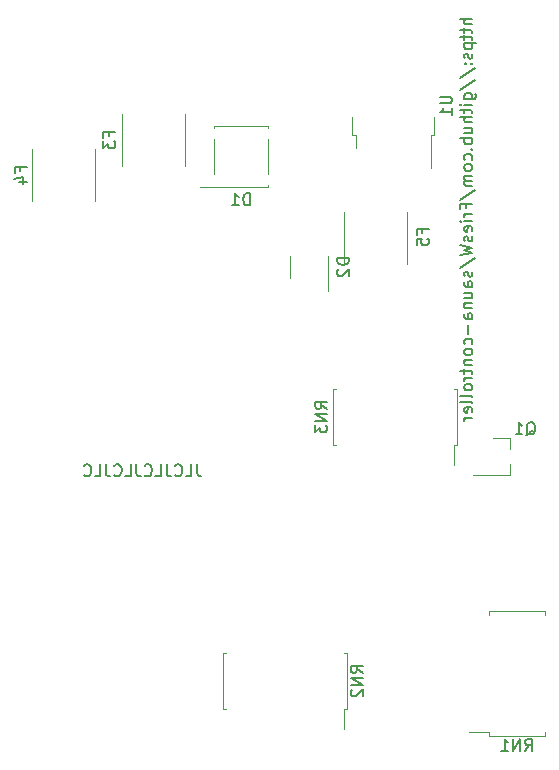
<source format=gbr>
%TF.GenerationSoftware,KiCad,Pcbnew,5.1.9-73d0e3b20d~88~ubuntu20.04.1*%
%TF.CreationDate,2021-01-20T22:49:51-06:00*%
%TF.ProjectId,control_board,636f6e74-726f-46c5-9f62-6f6172642e6b,rev?*%
%TF.SameCoordinates,Original*%
%TF.FileFunction,Legend,Bot*%
%TF.FilePolarity,Positive*%
%FSLAX46Y46*%
G04 Gerber Fmt 4.6, Leading zero omitted, Abs format (unit mm)*
G04 Created by KiCad (PCBNEW 5.1.9-73d0e3b20d~88~ubuntu20.04.1) date 2021-01-20 22:49:51*
%MOMM*%
%LPD*%
G01*
G04 APERTURE LIST*
%ADD10C,0.150000*%
%ADD11C,0.120000*%
G04 APERTURE END LIST*
D10*
X149931380Y-34406419D02*
X148931380Y-34406419D01*
X149931380Y-34834990D02*
X149407571Y-34834990D01*
X149312333Y-34787371D01*
X149264714Y-34692133D01*
X149264714Y-34549276D01*
X149312333Y-34454038D01*
X149359952Y-34406419D01*
X149264714Y-35168323D02*
X149264714Y-35549276D01*
X148931380Y-35311180D02*
X149788523Y-35311180D01*
X149883761Y-35358800D01*
X149931380Y-35454038D01*
X149931380Y-35549276D01*
X149264714Y-35739752D02*
X149264714Y-36120704D01*
X148931380Y-35882609D02*
X149788523Y-35882609D01*
X149883761Y-35930228D01*
X149931380Y-36025466D01*
X149931380Y-36120704D01*
X149264714Y-36454038D02*
X150264714Y-36454038D01*
X149312333Y-36454038D02*
X149264714Y-36549276D01*
X149264714Y-36739752D01*
X149312333Y-36834990D01*
X149359952Y-36882609D01*
X149455190Y-36930228D01*
X149740904Y-36930228D01*
X149836142Y-36882609D01*
X149883761Y-36834990D01*
X149931380Y-36739752D01*
X149931380Y-36549276D01*
X149883761Y-36454038D01*
X149883761Y-37311180D02*
X149931380Y-37406419D01*
X149931380Y-37596895D01*
X149883761Y-37692133D01*
X149788523Y-37739752D01*
X149740904Y-37739752D01*
X149645666Y-37692133D01*
X149598047Y-37596895D01*
X149598047Y-37454038D01*
X149550428Y-37358800D01*
X149455190Y-37311180D01*
X149407571Y-37311180D01*
X149312333Y-37358800D01*
X149264714Y-37454038D01*
X149264714Y-37596895D01*
X149312333Y-37692133D01*
X149836142Y-38168323D02*
X149883761Y-38215942D01*
X149931380Y-38168323D01*
X149883761Y-38120704D01*
X149836142Y-38168323D01*
X149931380Y-38168323D01*
X149312333Y-38168323D02*
X149359952Y-38215942D01*
X149407571Y-38168323D01*
X149359952Y-38120704D01*
X149312333Y-38168323D01*
X149407571Y-38168323D01*
X148883761Y-39358800D02*
X150169476Y-38501657D01*
X148883761Y-40406419D02*
X150169476Y-39549276D01*
X149264714Y-41168323D02*
X150074238Y-41168323D01*
X150169476Y-41120704D01*
X150217095Y-41073085D01*
X150264714Y-40977847D01*
X150264714Y-40834990D01*
X150217095Y-40739752D01*
X149883761Y-41168323D02*
X149931380Y-41073085D01*
X149931380Y-40882609D01*
X149883761Y-40787371D01*
X149836142Y-40739752D01*
X149740904Y-40692133D01*
X149455190Y-40692133D01*
X149359952Y-40739752D01*
X149312333Y-40787371D01*
X149264714Y-40882609D01*
X149264714Y-41073085D01*
X149312333Y-41168323D01*
X149931380Y-41644514D02*
X149264714Y-41644514D01*
X148931380Y-41644514D02*
X148979000Y-41596895D01*
X149026619Y-41644514D01*
X148979000Y-41692133D01*
X148931380Y-41644514D01*
X149026619Y-41644514D01*
X149264714Y-41977847D02*
X149264714Y-42358800D01*
X148931380Y-42120704D02*
X149788523Y-42120704D01*
X149883761Y-42168323D01*
X149931380Y-42263561D01*
X149931380Y-42358800D01*
X149931380Y-42692133D02*
X148931380Y-42692133D01*
X149931380Y-43120704D02*
X149407571Y-43120704D01*
X149312333Y-43073085D01*
X149264714Y-42977847D01*
X149264714Y-42834990D01*
X149312333Y-42739752D01*
X149359952Y-42692133D01*
X149264714Y-44025466D02*
X149931380Y-44025466D01*
X149264714Y-43596895D02*
X149788523Y-43596895D01*
X149883761Y-43644514D01*
X149931380Y-43739752D01*
X149931380Y-43882609D01*
X149883761Y-43977847D01*
X149836142Y-44025466D01*
X149931380Y-44501657D02*
X148931380Y-44501657D01*
X149312333Y-44501657D02*
X149264714Y-44596895D01*
X149264714Y-44787371D01*
X149312333Y-44882609D01*
X149359952Y-44930228D01*
X149455190Y-44977847D01*
X149740904Y-44977847D01*
X149836142Y-44930228D01*
X149883761Y-44882609D01*
X149931380Y-44787371D01*
X149931380Y-44596895D01*
X149883761Y-44501657D01*
X149836142Y-45406419D02*
X149883761Y-45454038D01*
X149931380Y-45406419D01*
X149883761Y-45358800D01*
X149836142Y-45406419D01*
X149931380Y-45406419D01*
X149883761Y-46311180D02*
X149931380Y-46215942D01*
X149931380Y-46025466D01*
X149883761Y-45930228D01*
X149836142Y-45882609D01*
X149740904Y-45834990D01*
X149455190Y-45834990D01*
X149359952Y-45882609D01*
X149312333Y-45930228D01*
X149264714Y-46025466D01*
X149264714Y-46215942D01*
X149312333Y-46311180D01*
X149931380Y-46882609D02*
X149883761Y-46787371D01*
X149836142Y-46739752D01*
X149740904Y-46692133D01*
X149455190Y-46692133D01*
X149359952Y-46739752D01*
X149312333Y-46787371D01*
X149264714Y-46882609D01*
X149264714Y-47025466D01*
X149312333Y-47120704D01*
X149359952Y-47168323D01*
X149455190Y-47215942D01*
X149740904Y-47215942D01*
X149836142Y-47168323D01*
X149883761Y-47120704D01*
X149931380Y-47025466D01*
X149931380Y-46882609D01*
X149931380Y-47644514D02*
X149264714Y-47644514D01*
X149359952Y-47644514D02*
X149312333Y-47692133D01*
X149264714Y-47787371D01*
X149264714Y-47930228D01*
X149312333Y-48025466D01*
X149407571Y-48073085D01*
X149931380Y-48073085D01*
X149407571Y-48073085D02*
X149312333Y-48120704D01*
X149264714Y-48215942D01*
X149264714Y-48358800D01*
X149312333Y-48454038D01*
X149407571Y-48501657D01*
X149931380Y-48501657D01*
X148883761Y-49692133D02*
X150169476Y-48834990D01*
X149407571Y-50358800D02*
X149407571Y-50025466D01*
X149931380Y-50025466D02*
X148931380Y-50025466D01*
X148931380Y-50501657D01*
X149931380Y-50882609D02*
X149264714Y-50882609D01*
X149455190Y-50882609D02*
X149359952Y-50930228D01*
X149312333Y-50977847D01*
X149264714Y-51073085D01*
X149264714Y-51168323D01*
X149931380Y-51501657D02*
X149264714Y-51501657D01*
X148931380Y-51501657D02*
X148979000Y-51454038D01*
X149026619Y-51501657D01*
X148979000Y-51549276D01*
X148931380Y-51501657D01*
X149026619Y-51501657D01*
X149883761Y-52358800D02*
X149931380Y-52263561D01*
X149931380Y-52073085D01*
X149883761Y-51977847D01*
X149788523Y-51930228D01*
X149407571Y-51930228D01*
X149312333Y-51977847D01*
X149264714Y-52073085D01*
X149264714Y-52263561D01*
X149312333Y-52358800D01*
X149407571Y-52406419D01*
X149502809Y-52406419D01*
X149598047Y-51930228D01*
X149883761Y-52787371D02*
X149931380Y-52882609D01*
X149931380Y-53073085D01*
X149883761Y-53168323D01*
X149788523Y-53215942D01*
X149740904Y-53215942D01*
X149645666Y-53168323D01*
X149598047Y-53073085D01*
X149598047Y-52930228D01*
X149550428Y-52834990D01*
X149455190Y-52787371D01*
X149407571Y-52787371D01*
X149312333Y-52834990D01*
X149264714Y-52930228D01*
X149264714Y-53073085D01*
X149312333Y-53168323D01*
X148931380Y-53549276D02*
X149931380Y-53787371D01*
X149217095Y-53977847D01*
X149931380Y-54168323D01*
X148931380Y-54406419D01*
X148883761Y-55501657D02*
X150169476Y-54644514D01*
X149883761Y-55787371D02*
X149931380Y-55882609D01*
X149931380Y-56073085D01*
X149883761Y-56168323D01*
X149788523Y-56215942D01*
X149740904Y-56215942D01*
X149645666Y-56168323D01*
X149598047Y-56073085D01*
X149598047Y-55930228D01*
X149550428Y-55834990D01*
X149455190Y-55787371D01*
X149407571Y-55787371D01*
X149312333Y-55834990D01*
X149264714Y-55930228D01*
X149264714Y-56073085D01*
X149312333Y-56168323D01*
X149931380Y-57073085D02*
X149407571Y-57073085D01*
X149312333Y-57025466D01*
X149264714Y-56930228D01*
X149264714Y-56739752D01*
X149312333Y-56644514D01*
X149883761Y-57073085D02*
X149931380Y-56977847D01*
X149931380Y-56739752D01*
X149883761Y-56644514D01*
X149788523Y-56596895D01*
X149693285Y-56596895D01*
X149598047Y-56644514D01*
X149550428Y-56739752D01*
X149550428Y-56977847D01*
X149502809Y-57073085D01*
X149264714Y-57977847D02*
X149931380Y-57977847D01*
X149264714Y-57549276D02*
X149788523Y-57549276D01*
X149883761Y-57596895D01*
X149931380Y-57692133D01*
X149931380Y-57834990D01*
X149883761Y-57930228D01*
X149836142Y-57977847D01*
X149264714Y-58454038D02*
X149931380Y-58454038D01*
X149359952Y-58454038D02*
X149312333Y-58501657D01*
X149264714Y-58596895D01*
X149264714Y-58739752D01*
X149312333Y-58834990D01*
X149407571Y-58882609D01*
X149931380Y-58882609D01*
X149931380Y-59787371D02*
X149407571Y-59787371D01*
X149312333Y-59739752D01*
X149264714Y-59644514D01*
X149264714Y-59454038D01*
X149312333Y-59358800D01*
X149883761Y-59787371D02*
X149931380Y-59692133D01*
X149931380Y-59454038D01*
X149883761Y-59358800D01*
X149788523Y-59311180D01*
X149693285Y-59311180D01*
X149598047Y-59358800D01*
X149550428Y-59454038D01*
X149550428Y-59692133D01*
X149502809Y-59787371D01*
X149550428Y-60263561D02*
X149550428Y-61025466D01*
X149883761Y-61930228D02*
X149931380Y-61834990D01*
X149931380Y-61644514D01*
X149883761Y-61549276D01*
X149836142Y-61501657D01*
X149740904Y-61454038D01*
X149455190Y-61454038D01*
X149359952Y-61501657D01*
X149312333Y-61549276D01*
X149264714Y-61644514D01*
X149264714Y-61834990D01*
X149312333Y-61930228D01*
X149931380Y-62501657D02*
X149883761Y-62406419D01*
X149836142Y-62358800D01*
X149740904Y-62311180D01*
X149455190Y-62311180D01*
X149359952Y-62358800D01*
X149312333Y-62406419D01*
X149264714Y-62501657D01*
X149264714Y-62644514D01*
X149312333Y-62739752D01*
X149359952Y-62787371D01*
X149455190Y-62834990D01*
X149740904Y-62834990D01*
X149836142Y-62787371D01*
X149883761Y-62739752D01*
X149931380Y-62644514D01*
X149931380Y-62501657D01*
X149264714Y-63263561D02*
X149931380Y-63263561D01*
X149359952Y-63263561D02*
X149312333Y-63311180D01*
X149264714Y-63406419D01*
X149264714Y-63549276D01*
X149312333Y-63644514D01*
X149407571Y-63692133D01*
X149931380Y-63692133D01*
X149264714Y-64025466D02*
X149264714Y-64406419D01*
X148931380Y-64168323D02*
X149788523Y-64168323D01*
X149883761Y-64215942D01*
X149931380Y-64311180D01*
X149931380Y-64406419D01*
X149931380Y-64739752D02*
X149264714Y-64739752D01*
X149455190Y-64739752D02*
X149359952Y-64787371D01*
X149312333Y-64834990D01*
X149264714Y-64930228D01*
X149264714Y-65025466D01*
X149931380Y-65501657D02*
X149883761Y-65406419D01*
X149836142Y-65358800D01*
X149740904Y-65311180D01*
X149455190Y-65311180D01*
X149359952Y-65358800D01*
X149312333Y-65406419D01*
X149264714Y-65501657D01*
X149264714Y-65644514D01*
X149312333Y-65739752D01*
X149359952Y-65787371D01*
X149455190Y-65834990D01*
X149740904Y-65834990D01*
X149836142Y-65787371D01*
X149883761Y-65739752D01*
X149931380Y-65644514D01*
X149931380Y-65501657D01*
X149931380Y-66406419D02*
X149883761Y-66311180D01*
X149788523Y-66263561D01*
X148931380Y-66263561D01*
X149931380Y-66930228D02*
X149883761Y-66834990D01*
X149788523Y-66787371D01*
X148931380Y-66787371D01*
X149883761Y-67692133D02*
X149931380Y-67596895D01*
X149931380Y-67406419D01*
X149883761Y-67311180D01*
X149788523Y-67263561D01*
X149407571Y-67263561D01*
X149312333Y-67311180D01*
X149264714Y-67406419D01*
X149264714Y-67596895D01*
X149312333Y-67692133D01*
X149407571Y-67739752D01*
X149502809Y-67739752D01*
X149598047Y-67263561D01*
X149931380Y-68168323D02*
X149264714Y-68168323D01*
X149455190Y-68168323D02*
X149359952Y-68215942D01*
X149312333Y-68263561D01*
X149264714Y-68358799D01*
X149264714Y-68454038D01*
X126640647Y-72096380D02*
X126640647Y-72810666D01*
X126688266Y-72953523D01*
X126783504Y-73048761D01*
X126926361Y-73096380D01*
X127021600Y-73096380D01*
X125688266Y-73096380D02*
X126164457Y-73096380D01*
X126164457Y-72096380D01*
X124783504Y-73001142D02*
X124831123Y-73048761D01*
X124973980Y-73096380D01*
X125069219Y-73096380D01*
X125212076Y-73048761D01*
X125307314Y-72953523D01*
X125354933Y-72858285D01*
X125402552Y-72667809D01*
X125402552Y-72524952D01*
X125354933Y-72334476D01*
X125307314Y-72239238D01*
X125212076Y-72144000D01*
X125069219Y-72096380D01*
X124973980Y-72096380D01*
X124831123Y-72144000D01*
X124783504Y-72191619D01*
X124069219Y-72096380D02*
X124069219Y-72810666D01*
X124116838Y-72953523D01*
X124212076Y-73048761D01*
X124354933Y-73096380D01*
X124450171Y-73096380D01*
X123116838Y-73096380D02*
X123593028Y-73096380D01*
X123593028Y-72096380D01*
X122212076Y-73001142D02*
X122259695Y-73048761D01*
X122402552Y-73096380D01*
X122497790Y-73096380D01*
X122640647Y-73048761D01*
X122735885Y-72953523D01*
X122783504Y-72858285D01*
X122831123Y-72667809D01*
X122831123Y-72524952D01*
X122783504Y-72334476D01*
X122735885Y-72239238D01*
X122640647Y-72144000D01*
X122497790Y-72096380D01*
X122402552Y-72096380D01*
X122259695Y-72144000D01*
X122212076Y-72191619D01*
X121497790Y-72096380D02*
X121497790Y-72810666D01*
X121545409Y-72953523D01*
X121640647Y-73048761D01*
X121783504Y-73096380D01*
X121878742Y-73096380D01*
X120545409Y-73096380D02*
X121021600Y-73096380D01*
X121021600Y-72096380D01*
X119640647Y-73001142D02*
X119688266Y-73048761D01*
X119831123Y-73096380D01*
X119926361Y-73096380D01*
X120069219Y-73048761D01*
X120164457Y-72953523D01*
X120212076Y-72858285D01*
X120259695Y-72667809D01*
X120259695Y-72524952D01*
X120212076Y-72334476D01*
X120164457Y-72239238D01*
X120069219Y-72144000D01*
X119926361Y-72096380D01*
X119831123Y-72096380D01*
X119688266Y-72144000D01*
X119640647Y-72191619D01*
X118926361Y-72096380D02*
X118926361Y-72810666D01*
X118973980Y-72953523D01*
X119069219Y-73048761D01*
X119212076Y-73096380D01*
X119307314Y-73096380D01*
X117973980Y-73096380D02*
X118450171Y-73096380D01*
X118450171Y-72096380D01*
X117069219Y-73001142D02*
X117116838Y-73048761D01*
X117259695Y-73096380D01*
X117354933Y-73096380D01*
X117497790Y-73048761D01*
X117593028Y-72953523D01*
X117640647Y-72858285D01*
X117688266Y-72667809D01*
X117688266Y-72524952D01*
X117640647Y-72334476D01*
X117593028Y-72239238D01*
X117497790Y-72144000D01*
X117354933Y-72096380D01*
X117259695Y-72096380D01*
X117116838Y-72144000D01*
X117069219Y-72191619D01*
D11*
%TO.C,RN2*%
X128852000Y-90424000D02*
X128852000Y-88039000D01*
X128852000Y-88039000D02*
X129132000Y-88039000D01*
X128852000Y-90424000D02*
X128852000Y-92809000D01*
X128852000Y-92809000D02*
X129132000Y-92809000D01*
X139372000Y-90424000D02*
X139372000Y-88039000D01*
X139372000Y-88039000D02*
X139092000Y-88039000D01*
X139372000Y-90424000D02*
X139372000Y-92809000D01*
X139372000Y-92809000D02*
X139092000Y-92809000D01*
X139092000Y-92809000D02*
X139092000Y-94474000D01*
%TO.C,RN1*%
X151337000Y-94769000D02*
X149672000Y-94769000D01*
X151337000Y-95049000D02*
X151337000Y-94769000D01*
X153722000Y-95049000D02*
X151337000Y-95049000D01*
X156107000Y-95049000D02*
X156107000Y-94769000D01*
X153722000Y-95049000D02*
X156107000Y-95049000D01*
X151337000Y-84529000D02*
X151337000Y-84809000D01*
X153722000Y-84529000D02*
X151337000Y-84529000D01*
X156107000Y-84529000D02*
X156107000Y-84809000D01*
X153722000Y-84529000D02*
X156107000Y-84529000D01*
%TO.C,D1*%
X128075000Y-44506000D02*
X128075000Y-47506000D01*
X132675000Y-47506000D02*
X132675000Y-44506000D01*
X128075000Y-43406000D02*
X128075000Y-43606000D01*
X132675000Y-43406000D02*
X128075000Y-43406000D01*
X132675000Y-43606000D02*
X132675000Y-43406000D01*
X132675000Y-48606000D02*
X126875000Y-48606000D01*
X132675000Y-48406000D02*
X132675000Y-48606000D01*
%TO.C,D2*%
X137754000Y-54472000D02*
X137754000Y-57422000D01*
X134534000Y-56272000D02*
X134534000Y-54472000D01*
%TO.C,F3*%
X120266000Y-42419248D02*
X120266000Y-46826752D01*
X125606000Y-42419248D02*
X125606000Y-46826752D01*
%TO.C,F4*%
X112646000Y-49782752D02*
X112646000Y-45375248D01*
X117986000Y-49782752D02*
X117986000Y-45375248D01*
%TO.C,F5*%
X144402000Y-50709248D02*
X144402000Y-55116752D01*
X139062000Y-50709248D02*
X139062000Y-55116752D01*
%TO.C,Q1*%
X153136000Y-69860000D02*
X151676000Y-69860000D01*
X153136000Y-73020000D02*
X149976000Y-73020000D01*
X153136000Y-73020000D02*
X153136000Y-72090000D01*
X153136000Y-69860000D02*
X153136000Y-70790000D01*
%TO.C,RN3*%
X148363000Y-70457000D02*
X148363000Y-72122000D01*
X148643000Y-70457000D02*
X148363000Y-70457000D01*
X148643000Y-68072000D02*
X148643000Y-70457000D01*
X148643000Y-65687000D02*
X148363000Y-65687000D01*
X148643000Y-68072000D02*
X148643000Y-65687000D01*
X138123000Y-70457000D02*
X138403000Y-70457000D01*
X138123000Y-68072000D02*
X138123000Y-70457000D01*
X138123000Y-65687000D02*
X138403000Y-65687000D01*
X138123000Y-68072000D02*
X138123000Y-65687000D01*
%TO.C,U1*%
X140076000Y-44194000D02*
X140076000Y-45294000D01*
X139806000Y-44194000D02*
X140076000Y-44194000D01*
X139806000Y-42694000D02*
X139806000Y-44194000D01*
X146436000Y-44194000D02*
X146436000Y-47024000D01*
X146706000Y-44194000D02*
X146436000Y-44194000D01*
X146706000Y-42694000D02*
X146706000Y-44194000D01*
%TO.C,RN2*%
D10*
X140664380Y-89733523D02*
X140188190Y-89400190D01*
X140664380Y-89162095D02*
X139664380Y-89162095D01*
X139664380Y-89543047D01*
X139712000Y-89638285D01*
X139759619Y-89685904D01*
X139854857Y-89733523D01*
X139997714Y-89733523D01*
X140092952Y-89685904D01*
X140140571Y-89638285D01*
X140188190Y-89543047D01*
X140188190Y-89162095D01*
X140664380Y-90162095D02*
X139664380Y-90162095D01*
X140664380Y-90733523D01*
X139664380Y-90733523D01*
X139759619Y-91162095D02*
X139712000Y-91209714D01*
X139664380Y-91304952D01*
X139664380Y-91543047D01*
X139712000Y-91638285D01*
X139759619Y-91685904D01*
X139854857Y-91733523D01*
X139950095Y-91733523D01*
X140092952Y-91685904D01*
X140664380Y-91114476D01*
X140664380Y-91733523D01*
%TO.C,RN1*%
X154412476Y-96341380D02*
X154745809Y-95865190D01*
X154983904Y-96341380D02*
X154983904Y-95341380D01*
X154602952Y-95341380D01*
X154507714Y-95389000D01*
X154460095Y-95436619D01*
X154412476Y-95531857D01*
X154412476Y-95674714D01*
X154460095Y-95769952D01*
X154507714Y-95817571D01*
X154602952Y-95865190D01*
X154983904Y-95865190D01*
X153983904Y-96341380D02*
X153983904Y-95341380D01*
X153412476Y-96341380D01*
X153412476Y-95341380D01*
X152412476Y-96341380D02*
X152983904Y-96341380D01*
X152698190Y-96341380D02*
X152698190Y-95341380D01*
X152793428Y-95484238D01*
X152888666Y-95579476D01*
X152983904Y-95627095D01*
%TO.C,D1*%
X131113095Y-50158380D02*
X131113095Y-49158380D01*
X130875000Y-49158380D01*
X130732142Y-49206000D01*
X130636904Y-49301238D01*
X130589285Y-49396476D01*
X130541666Y-49586952D01*
X130541666Y-49729809D01*
X130589285Y-49920285D01*
X130636904Y-50015523D01*
X130732142Y-50110761D01*
X130875000Y-50158380D01*
X131113095Y-50158380D01*
X129589285Y-50158380D02*
X130160714Y-50158380D01*
X129875000Y-50158380D02*
X129875000Y-49158380D01*
X129970238Y-49301238D01*
X130065476Y-49396476D01*
X130160714Y-49444095D01*
%TO.C,D2*%
X139496380Y-54633904D02*
X138496380Y-54633904D01*
X138496380Y-54872000D01*
X138544000Y-55014857D01*
X138639238Y-55110095D01*
X138734476Y-55157714D01*
X138924952Y-55205333D01*
X139067809Y-55205333D01*
X139258285Y-55157714D01*
X139353523Y-55110095D01*
X139448761Y-55014857D01*
X139496380Y-54872000D01*
X139496380Y-54633904D01*
X138591619Y-55586285D02*
X138544000Y-55633904D01*
X138496380Y-55729142D01*
X138496380Y-55967238D01*
X138544000Y-56062476D01*
X138591619Y-56110095D01*
X138686857Y-56157714D01*
X138782095Y-56157714D01*
X138924952Y-56110095D01*
X139496380Y-55538666D01*
X139496380Y-56157714D01*
%TO.C,F3*%
X119184571Y-44289666D02*
X119184571Y-43956333D01*
X119708380Y-43956333D02*
X118708380Y-43956333D01*
X118708380Y-44432523D01*
X118708380Y-44718238D02*
X118708380Y-45337285D01*
X119089333Y-45003952D01*
X119089333Y-45146809D01*
X119136952Y-45242047D01*
X119184571Y-45289666D01*
X119279809Y-45337285D01*
X119517904Y-45337285D01*
X119613142Y-45289666D01*
X119660761Y-45242047D01*
X119708380Y-45146809D01*
X119708380Y-44861095D01*
X119660761Y-44765857D01*
X119613142Y-44718238D01*
%TO.C,F4*%
X111688571Y-47245666D02*
X111688571Y-46912333D01*
X112212380Y-46912333D02*
X111212380Y-46912333D01*
X111212380Y-47388523D01*
X111545714Y-48198047D02*
X112212380Y-48198047D01*
X111164761Y-47959952D02*
X111879047Y-47721857D01*
X111879047Y-48340904D01*
%TO.C,F5*%
X145724571Y-52498666D02*
X145724571Y-52165333D01*
X146248380Y-52165333D02*
X145248380Y-52165333D01*
X145248380Y-52641523D01*
X145248380Y-53498666D02*
X145248380Y-53022476D01*
X145724571Y-52974857D01*
X145676952Y-53022476D01*
X145629333Y-53117714D01*
X145629333Y-53355809D01*
X145676952Y-53451047D01*
X145724571Y-53498666D01*
X145819809Y-53546285D01*
X146057904Y-53546285D01*
X146153142Y-53498666D01*
X146200761Y-53451047D01*
X146248380Y-53355809D01*
X146248380Y-53117714D01*
X146200761Y-53022476D01*
X146153142Y-52974857D01*
%TO.C,Q1*%
X154527238Y-69635619D02*
X154622476Y-69588000D01*
X154717714Y-69492761D01*
X154860571Y-69349904D01*
X154955809Y-69302285D01*
X155051047Y-69302285D01*
X155003428Y-69540380D02*
X155098666Y-69492761D01*
X155193904Y-69397523D01*
X155241523Y-69207047D01*
X155241523Y-68873714D01*
X155193904Y-68683238D01*
X155098666Y-68588000D01*
X155003428Y-68540380D01*
X154812952Y-68540380D01*
X154717714Y-68588000D01*
X154622476Y-68683238D01*
X154574857Y-68873714D01*
X154574857Y-69207047D01*
X154622476Y-69397523D01*
X154717714Y-69492761D01*
X154812952Y-69540380D01*
X155003428Y-69540380D01*
X153622476Y-69540380D02*
X154193904Y-69540380D01*
X153908190Y-69540380D02*
X153908190Y-68540380D01*
X154003428Y-68683238D01*
X154098666Y-68778476D01*
X154193904Y-68826095D01*
%TO.C,RN3*%
X137637780Y-67381523D02*
X137161590Y-67048190D01*
X137637780Y-66810095D02*
X136637780Y-66810095D01*
X136637780Y-67191047D01*
X136685400Y-67286285D01*
X136733019Y-67333904D01*
X136828257Y-67381523D01*
X136971114Y-67381523D01*
X137066352Y-67333904D01*
X137113971Y-67286285D01*
X137161590Y-67191047D01*
X137161590Y-66810095D01*
X137637780Y-67810095D02*
X136637780Y-67810095D01*
X137637780Y-68381523D01*
X136637780Y-68381523D01*
X136637780Y-68762476D02*
X136637780Y-69381523D01*
X137018733Y-69048190D01*
X137018733Y-69191047D01*
X137066352Y-69286285D01*
X137113971Y-69333904D01*
X137209209Y-69381523D01*
X137447304Y-69381523D01*
X137542542Y-69333904D01*
X137590161Y-69286285D01*
X137637780Y-69191047D01*
X137637780Y-68905333D01*
X137590161Y-68810095D01*
X137542542Y-68762476D01*
%TO.C,U1*%
X147208380Y-40962095D02*
X148017904Y-40962095D01*
X148113142Y-41009714D01*
X148160761Y-41057333D01*
X148208380Y-41152571D01*
X148208380Y-41343047D01*
X148160761Y-41438285D01*
X148113142Y-41485904D01*
X148017904Y-41533523D01*
X147208380Y-41533523D01*
X148208380Y-42533523D02*
X148208380Y-41962095D01*
X148208380Y-42247809D02*
X147208380Y-42247809D01*
X147351238Y-42152571D01*
X147446476Y-42057333D01*
X147494095Y-41962095D01*
%TD*%
M02*

</source>
